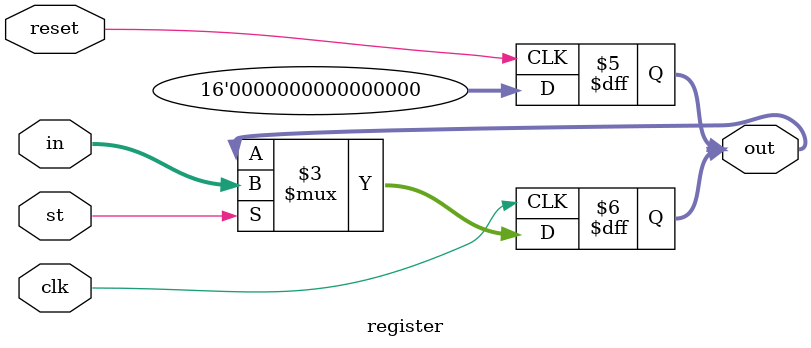
<source format=v>
module register 
#(parameter BitCount=16)
  (input wire st,clk,reset,
   input wire[BitCount-1:0] in,
   output reg [BitCount-1:0] out);
///st->write enable,clk-clock
//st=0 -> readonly mode
 always @(posedge clk) begin
   if(st)
     out<=in;
 end
 always @(posedge reset) begin
    if(reset)
      out<=16'b0;
 end
 endmodule
</source>
